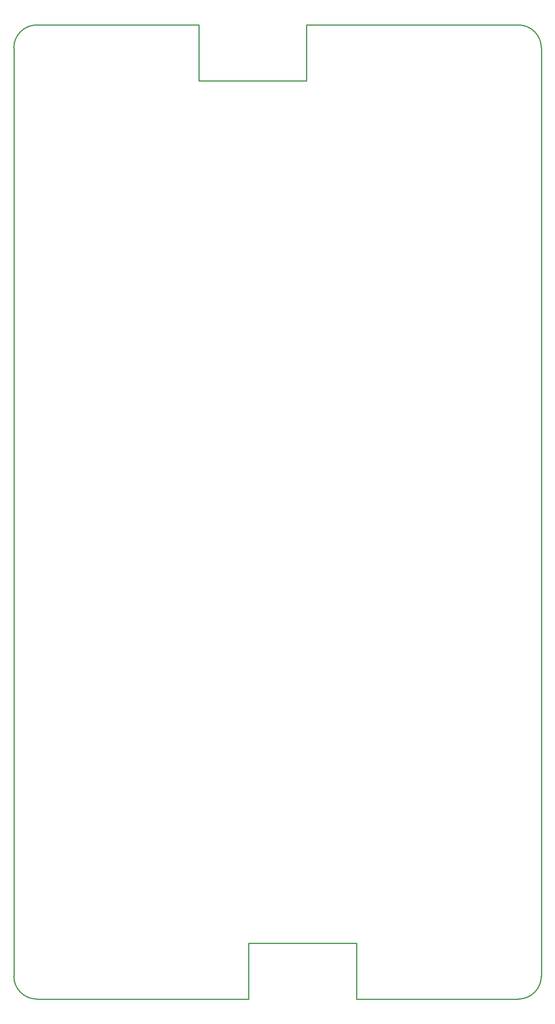
<source format=gko>
G04*
G04 #@! TF.GenerationSoftware,Altium Limited,Altium Designer,18.1.9 (240)*
G04*
G04 Layer_Color=16711935*
%FSLAX44Y44*%
%MOMM*%
G71*
G01*
G75*
%ADD10C,0.2540*%
D10*
X775000Y-1848000D02*
G03*
X825000Y-1798000I0J50000D01*
G01*
X-325000D02*
G03*
X-275000Y-1848000I50000J0D01*
G01*
X825000Y225000D02*
G03*
X775000Y275000I-50000J0D01*
G01*
X-275000D02*
G03*
X-325000Y225000I0J-50000D01*
G01*
X422000Y-1848000D02*
X775000D01*
X422000D02*
Y-1726000D01*
X187000D02*
X422000D01*
X187000Y-1848000D02*
Y-1726000D01*
X-275000Y-1848000D02*
X187000Y-1848000D01*
X313000Y275000D02*
X775000Y275000D01*
X313000Y153000D02*
Y275000D01*
X78000Y153000D02*
X313000D01*
X78000D02*
Y275000D01*
X-275000D02*
X78000D01*
X-325001Y225000D02*
X-325000Y-1798000D01*
X824999Y225000D02*
X825000Y-1798000D01*
M02*

</source>
